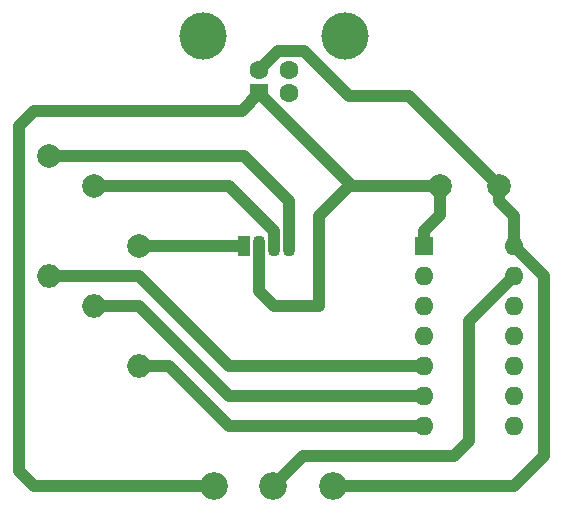
<source format=gbr>
G04 #@! TF.GenerationSoftware,KiCad,Pcbnew,(5.1.10)-1*
G04 #@! TF.CreationDate,2022-04-20T15:01:37+01:00*
G04 #@! TF.ProjectId,ATtinyRGBLamp,41547469-6e79-4524-9742-4c616d702e6b,rev?*
G04 #@! TF.SameCoordinates,Original*
G04 #@! TF.FileFunction,Copper,L2,Bot*
G04 #@! TF.FilePolarity,Positive*
%FSLAX46Y46*%
G04 Gerber Fmt 4.6, Leading zero omitted, Abs format (unit mm)*
G04 Created by KiCad (PCBNEW (5.1.10)-1) date 2022-04-20 15:01:37*
%MOMM*%
%LPD*%
G01*
G04 APERTURE LIST*
G04 #@! TA.AperFunction,ComponentPad*
%ADD10C,2.340000*%
G04 #@! TD*
G04 #@! TA.AperFunction,ComponentPad*
%ADD11C,4.000000*%
G04 #@! TD*
G04 #@! TA.AperFunction,ComponentPad*
%ADD12C,1.600000*%
G04 #@! TD*
G04 #@! TA.AperFunction,ComponentPad*
%ADD13R,1.600000X1.600000*%
G04 #@! TD*
G04 #@! TA.AperFunction,ComponentPad*
%ADD14C,2.000000*%
G04 #@! TD*
G04 #@! TA.AperFunction,ComponentPad*
%ADD15R,1.070000X1.800000*%
G04 #@! TD*
G04 #@! TA.AperFunction,ComponentPad*
%ADD16O,1.070000X1.800000*%
G04 #@! TD*
G04 #@! TA.AperFunction,ComponentPad*
%ADD17O,1.600000X1.600000*%
G04 #@! TD*
G04 #@! TA.AperFunction,ComponentPad*
%ADD18O,2.000000X2.000000*%
G04 #@! TD*
G04 #@! TA.AperFunction,Conductor*
%ADD19C,1.016000*%
G04 #@! TD*
G04 #@! TA.AperFunction,Conductor*
%ADD20C,0.762000*%
G04 #@! TD*
G04 APERTURE END LIST*
D10*
G04 #@! TO.P,POT,3*
G04 #@! TO.N,GND*
X144620000Y-83820000D03*
G04 #@! TO.P,POT,2*
G04 #@! TO.N,Net-(IC1-Pad13)*
X139620000Y-83820000D03*
G04 #@! TO.P,POT,1*
G04 #@! TO.N,+5V*
X134620000Y-83820000D03*
G04 #@! TD*
D11*
G04 #@! TO.P,USB,5*
G04 #@! TO.N,Net-(J1-Pad5)*
X133680000Y-45720000D03*
X145680000Y-45720000D03*
D12*
G04 #@! TO.P,USB,4*
G04 #@! TO.N,GND*
X138430000Y-48580000D03*
G04 #@! TO.P,USB,3*
G04 #@! TO.N,Net-(J1-Pad3)*
X140930000Y-48580000D03*
G04 #@! TO.P,USB,2*
G04 #@! TO.N,Net-(J1-Pad2)*
X140930000Y-50580000D03*
D13*
G04 #@! TO.P,USB,1*
G04 #@! TO.N,+5V*
X138430000Y-50580000D03*
G04 #@! TD*
D14*
G04 #@! TO.P,C1,1*
G04 #@! TO.N,GND*
X158750000Y-58420000D03*
G04 #@! TO.P,C1,2*
G04 #@! TO.N,+5V*
X153750000Y-58420000D03*
G04 #@! TD*
D15*
G04 #@! TO.P,D1,1*
G04 #@! TO.N,Net-(D1-Pad1)*
X137160000Y-63500000D03*
D16*
G04 #@! TO.P,D1,2*
G04 #@! TO.N,+5V*
X138430000Y-63500000D03*
G04 #@! TO.P,D1,3*
G04 #@! TO.N,Net-(D1-Pad3)*
X139700000Y-63500000D03*
G04 #@! TO.P,D1,4*
G04 #@! TO.N,Net-(D1-Pad4)*
X140970000Y-63500000D03*
G04 #@! TD*
D13*
G04 #@! TO.P,IC1,1*
G04 #@! TO.N,+5V*
X152400000Y-63500000D03*
D17*
G04 #@! TO.P,IC1,8*
G04 #@! TO.N,Net-(IC1-Pad8)*
X160020000Y-78740000D03*
G04 #@! TO.P,IC1,2*
G04 #@! TO.N,Net-(IC1-Pad2)*
X152400000Y-66040000D03*
G04 #@! TO.P,IC1,9*
G04 #@! TO.N,Net-(IC1-Pad9)*
X160020000Y-76200000D03*
G04 #@! TO.P,IC1,3*
G04 #@! TO.N,Net-(IC1-Pad3)*
X152400000Y-68580000D03*
G04 #@! TO.P,IC1,10*
G04 #@! TO.N,Net-(IC1-Pad10)*
X160020000Y-73660000D03*
G04 #@! TO.P,IC1,4*
G04 #@! TO.N,Net-(IC1-Pad4)*
X152400000Y-71120000D03*
G04 #@! TO.P,IC1,11*
G04 #@! TO.N,Net-(IC1-Pad11)*
X160020000Y-71120000D03*
G04 #@! TO.P,IC1,5*
G04 #@! TO.N,Net-(IC1-Pad5)*
X152400000Y-73660000D03*
G04 #@! TO.P,IC1,12*
G04 #@! TO.N,Net-(IC1-Pad12)*
X160020000Y-68580000D03*
G04 #@! TO.P,IC1,6*
G04 #@! TO.N,Net-(IC1-Pad6)*
X152400000Y-76200000D03*
G04 #@! TO.P,IC1,13*
G04 #@! TO.N,Net-(IC1-Pad13)*
X160020000Y-66040000D03*
G04 #@! TO.P,IC1,7*
G04 #@! TO.N,Net-(IC1-Pad7)*
X152400000Y-78740000D03*
G04 #@! TO.P,IC1,14*
G04 #@! TO.N,GND*
X160020000Y-63500000D03*
G04 #@! TD*
D18*
G04 #@! TO.P,R1,2*
G04 #@! TO.N,Net-(IC1-Pad7)*
X128270000Y-73660000D03*
D14*
G04 #@! TO.P,R1,1*
G04 #@! TO.N,Net-(D1-Pad1)*
X128270000Y-63500000D03*
G04 #@! TD*
G04 #@! TO.P,R2,1*
G04 #@! TO.N,Net-(D1-Pad3)*
X124460000Y-58420000D03*
D18*
G04 #@! TO.P,R2,2*
G04 #@! TO.N,Net-(IC1-Pad6)*
X124460000Y-68580000D03*
G04 #@! TD*
D14*
G04 #@! TO.P,R3,1*
G04 #@! TO.N,Net-(D1-Pad4)*
X120650000Y-55880000D03*
D18*
G04 #@! TO.P,R3,2*
G04 #@! TO.N,Net-(IC1-Pad5)*
X120650000Y-66040000D03*
G04 #@! TD*
D19*
G04 #@! TO.N,Net-(D1-Pad1)*
X128270000Y-63500000D02*
X137160000Y-63500000D01*
G04 #@! TO.N,Net-(D1-Pad3)*
X124460000Y-58420000D02*
X135890000Y-58420000D01*
X135890000Y-58420000D02*
X139700000Y-62230000D01*
X139700000Y-62230000D02*
X139700000Y-63500000D01*
G04 #@! TO.N,Net-(D1-Pad4)*
X138430000Y-57150000D02*
X140970000Y-59690000D01*
X120650000Y-55880000D02*
X137160000Y-55880000D01*
X137160000Y-55880000D02*
X138430000Y-57150000D01*
X140970000Y-59690000D02*
X140970000Y-63500000D01*
G04 #@! TO.N,Net-(IC1-Pad5)*
X135890000Y-73660000D02*
X128270000Y-66040000D01*
X152400000Y-73660000D02*
X135890000Y-73660000D01*
X120650000Y-66040000D02*
X128270000Y-66040000D01*
G04 #@! TO.N,Net-(IC1-Pad6)*
X135890000Y-76200000D02*
X152400000Y-76200000D01*
X128270000Y-68580000D02*
X135890000Y-76200000D01*
X124460000Y-68580000D02*
X128270000Y-68580000D01*
G04 #@! TO.N,Net-(IC1-Pad13)*
X160020000Y-66040000D02*
X156210000Y-69850000D01*
X156210000Y-69850000D02*
X156210000Y-80010000D01*
X156210000Y-80010000D02*
X154940000Y-81280000D01*
X142160000Y-81280000D02*
X139620000Y-83820000D01*
X154940000Y-81280000D02*
X142160000Y-81280000D01*
G04 #@! TO.N,Net-(IC1-Pad7)*
X128270000Y-73660000D02*
X130810000Y-73660000D01*
X135890000Y-78740000D02*
X152400000Y-78740000D01*
X130810000Y-73660000D02*
X135890000Y-78740000D01*
G04 #@! TO.N,GND*
X158750000Y-58420000D02*
X158750000Y-59690000D01*
X160020000Y-60960000D02*
X160020000Y-63500000D01*
X158750000Y-59690000D02*
X160020000Y-60960000D01*
X140020000Y-46990000D02*
X138430000Y-48580000D01*
X142240000Y-46990000D02*
X140020000Y-46990000D01*
X158750000Y-58420000D02*
X151130000Y-50800000D01*
X151130000Y-50800000D02*
X146050000Y-50800000D01*
X146050000Y-50800000D02*
X142240000Y-46990000D01*
X160020000Y-63500000D02*
X162560000Y-66040000D01*
X162560000Y-66040000D02*
X162560000Y-81280000D01*
X160020000Y-83820000D02*
X144620000Y-83820000D01*
X162560000Y-81280000D02*
X160020000Y-83820000D01*
D20*
G04 #@! TO.N,+5V*
X153750000Y-58420000D02*
X153750000Y-59610000D01*
D19*
X153750000Y-58420000D02*
X153750000Y-60880000D01*
X152400000Y-62230000D02*
X152400000Y-63500000D01*
X153750000Y-60880000D02*
X152400000Y-62230000D01*
X146270000Y-58420000D02*
X138430000Y-50580000D01*
X153750000Y-58420000D02*
X146270000Y-58420000D01*
D20*
X146050000Y-58200000D02*
X138430000Y-50580000D01*
D19*
X118110000Y-53340000D02*
X119380000Y-52070000D01*
X118110000Y-82550000D02*
X118110000Y-53340000D01*
X136940000Y-52070000D02*
X138430000Y-50580000D01*
X119380000Y-83820000D02*
X118110000Y-82550000D01*
X119380000Y-52070000D02*
X136940000Y-52070000D01*
X134620000Y-83820000D02*
X119380000Y-83820000D01*
D20*
X146050000Y-58420000D02*
X146270000Y-58420000D01*
D19*
X143510000Y-68580000D02*
X143510000Y-60960000D01*
X143510000Y-60960000D02*
X146050000Y-58420000D01*
X139700000Y-68580000D02*
X143510000Y-68580000D01*
X138430000Y-67310000D02*
X139700000Y-68580000D01*
X138430000Y-63500000D02*
X138430000Y-67310000D01*
G04 #@! TD*
M02*

</source>
